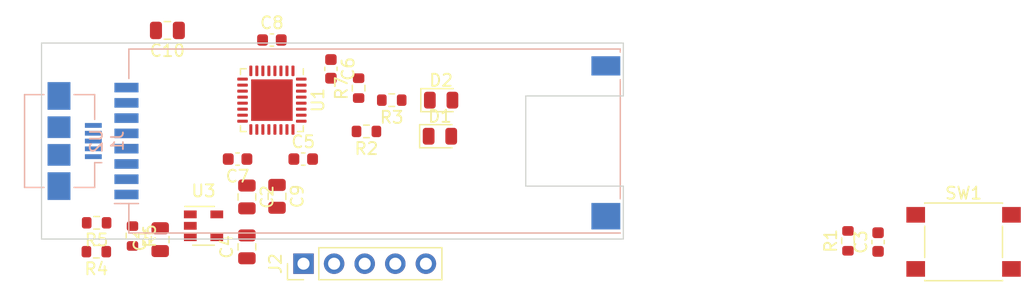
<source format=kicad_pcb>
(kicad_pcb (version 20210108) (generator pcbnew)
  (layers (0 "F.Cu" signal) (31 "B.Cu" signal) (34 "B.Paste" user) (35 "F.Paste" user) (36 "B.SilkS" user "B.Silkscreen") (37 "F.SilkS" user "F.Silkscreen") (38 "B.Mask" user) (39 "F.Mask" user) (44 "Edge.Cuts" user))
  (net 0 "")
  (net 1 "Net-(D1-Pad1)")
  (net 2 "Net-(D2-Pad1)")
  (net 3 "GND")
  (net 4 "Net-(J1-Pad3)")
  (net 5 "Net-(J1-Pad2)")
  (net 6 "/SWCLK")
  (net 7 "no_connect_(U1-Pad1)")
  (net 8 "no_connect_(U1-Pad2)")
  (net 9 "no_connect_(U1-Pad6)")
  (net 10 "no_connect_(U1-Pad7)")
  (net 11 "no_connect_(U1-Pad8)")
  (net 12 "no_connect_(U1-Pad9)")
  (net 13 "no_connect_(U1-Pad14)")
  (net 14 "/CE")
  (net 15 "/~IRQ")
  (net 16 "no_connect_(U1-Pad15)")
  (net 17 "/MOSI")
  (net 18 "/MISO")
  (net 19 "/SCK")
  (net 20 "/~CS")
  (net 21 "no_connect_(U1-Pad20)")
  (net 22 "Net-(R7-Pad1)")
  (net 23 "no_connect_(U1-Pad28)")
  (net 24 "no_connect_(U1-Pad29)")
  (net 25 "+3V3")
  (net 26 "+5V")
  (net 27 "/~RESET")
  (net 28 "/~TX")
  (net 29 "/~RX")
  (net 30 "/DP")
  (net 31 "/DM")
  (net 32 "/SWDIO")
  (net 33 "Net-(C4-Pad1)")
  (footprint "LED_SMD:LED_0805_2012Metric" (layer "F.Cu") (at 156.025 51.8)
    (fp_text reference "D1" (at 0 -1.65) (layer "F.SilkS"))
    (fp_text value "TX")
    (fp_line (start -1.685 0.96) (end 1 0.96) (layer "F.SilkS") (width 0.12))
    (fp_line (start 1 -0.96) (end -1.685 -0.96) (layer "F.SilkS") (width 0.12))
    (fp_line (start -1.685 -0.96) (end -1.685 0.96) (layer "F.SilkS") (width 0.12))
    (pad "1" smd roundrect (at -0.9375 0) (size 0.975 1.4) (layers "F.Cu" "F.Paste" "F.Mask") (net 1 "Net-(D1-Pad1)"))
    (pad "2" smd roundrect (at 0.9375 0) (size 0.975 1.4) (layers "F.Cu" "F.Paste" "F.Mask") (net 25 "+3V3"))
  )
  (footprint "LED_SMD:LED_0805_2012Metric" (layer "F.Cu") (at 156.125 48.8)
    (fp_text reference "D2" (at 0 -1.65) (layer "F.SilkS"))
    (fp_text value "RX")
    (fp_line (start -1.685 0.96) (end 1 0.96) (layer "F.SilkS") (width 0.12))
    (fp_line (start -1.685 -0.96) (end -1.685 0.96) (layer "F.SilkS") (width 0.12))
    (fp_line (start 1 -0.96) (end -1.685 -0.96) (layer "F.SilkS") (width 0.12))
    (pad "1" smd roundrect (at -0.9375 0) (size 0.975 1.4) (layers "F.Cu" "F.Paste" "F.Mask") (net 2 "Net-(D2-Pad1)"))
    (pad "2" smd roundrect (at 0.9375 0) (size 0.975 1.4) (layers "F.Cu" "F.Paste" "F.Mask") (net 25 "+3V3"))
  )
  (footprint "Capacitor_SMD:C_0805_2012Metric" (layer "F.Cu") (at 132.8 60.4 90)
    (fp_text reference "C1" (at 0 -1.68 90) (layer "F.SilkS"))
    (fp_text value "10uF")
    (fp_line (start -0.261252 0.735) (end 0.261252 0.735) (layer "F.SilkS") (width 0.12))
    (fp_line (start -0.261252 -0.735) (end 0.261252 -0.735) (layer "F.SilkS") (width 0.12))
    (pad "1" smd roundrect (at -0.95 0 90) (size 1 1.45) (layers "F.Cu" "F.Paste" "F.Mask") (net 26 "+5V"))
    (pad "2" smd roundrect (at 0.95 0 90) (size 1 1.45) (layers "F.Cu" "F.Paste" "F.Mask") (net 3 "GND"))
  )
  (footprint "Capacitor_SMD:C_0805_2012Metric" (layer "F.Cu") (at 140 56.85 -90)
    (fp_text reference "C2" (at 0 -1.68 90) (layer "F.SilkS"))
    (fp_text value "10uF")
    (fp_line (start -0.261252 -0.735) (end 0.261252 -0.735) (layer "F.SilkS") (width 0.12))
    (fp_line (start -0.261252 0.735) (end 0.261252 0.735) (layer "F.SilkS") (width 0.12))
    (pad "1" smd roundrect (at -0.95 0 270) (size 1 1.45) (layers "F.Cu" "F.Paste" "F.Mask") (net 25 "+3V3"))
    (pad "2" smd roundrect (at 0.95 0 270) (size 1 1.45) (layers "F.Cu" "F.Paste" "F.Mask") (net 3 "GND"))
  )
  (footprint "Capacitor_SMD:C_0603_1608Metric" (layer "F.Cu") (at 192.4 60.6 90)
    (fp_text reference "C3" (at 0 -1.43 270) (layer "F.SilkS"))
    (fp_text value "0.1uF")
    (fp_line (start -0.14058 -0.51) (end 0.14058 -0.51) (layer "F.SilkS") (width 0.12))
    (fp_line (start -0.14058 0.51) (end 0.14058 0.51) (layer "F.SilkS") (width 0.12))
    (pad "1" smd roundrect (at -0.775 0 90) (size 0.9 0.95) (layers "F.Cu" "F.Paste" "F.Mask") (net 3 "GND"))
    (pad "2" smd roundrect (at 0.775 0 90) (size 0.9 0.95) (layers "F.Cu" "F.Paste" "F.Mask") (net 27 "/~RESET"))
  )
  (footprint "Resistor_SMD:R_0603_1608Metric" (layer "F.Cu") (at 189.9 60.5 90)
    (fp_text reference "R1" (at 0 -1.43 90) (layer "F.SilkS"))
    (fp_text value "10K")
    (fp_line (start -0.237258 -0.5225) (end 0.237258 -0.5225) (layer "F.SilkS") (width 0.12))
    (fp_line (start -0.237258 0.5225) (end 0.237258 0.5225) (layer "F.SilkS") (width 0.12))
    (pad "1" smd roundrect (at -0.825 0 90) (size 0.8 0.95) (layers "F.Cu" "F.Paste" "F.Mask") (net 25 "+3V3"))
    (pad "2" smd roundrect (at 0.825 0 90) (size 0.8 0.95) (layers "F.Cu" "F.Paste" "F.Mask") (net 27 "/~RESET"))
  )
  (footprint "Resistor_SMD:R_0603_1608Metric" (layer "F.Cu") (at 149.925 51.4 180)
    (fp_text reference "R2" (at 0 -1.43) (layer "F.SilkS"))
    (fp_text value "1K")
    (fp_line (start -0.237258 -0.5225) (end 0.237258 -0.5225) (layer "F.SilkS") (width 0.12))
    (fp_line (start -0.237258 0.5225) (end 0.237258 0.5225) (layer "F.SilkS") (width 0.12))
    (pad "1" smd roundrect (at -0.825 0 180) (size 0.8 0.95) (layers "F.Cu" "F.Paste" "F.Mask") (net 1 "Net-(D1-Pad1)"))
    (pad "2" smd roundrect (at 0.825 0 180) (size 0.8 0.95) (layers "F.Cu" "F.Paste" "F.Mask") (net 28 "/~TX"))
  )
  (footprint "Resistor_SMD:R_0603_1608Metric" (layer "F.Cu") (at 152.025 48.8 180)
    (fp_text reference "R3" (at 0 -1.43) (layer "F.SilkS"))
    (fp_text value "1K")
    (fp_line (start -0.237258 -0.5225) (end 0.237258 -0.5225) (layer "F.SilkS") (width 0.12))
    (fp_line (start -0.237258 0.5225) (end 0.237258 0.5225) (layer "F.SilkS") (width 0.12))
    (pad "1" smd roundrect (at -0.825 0 180) (size 0.8 0.95) (layers "F.Cu" "F.Paste" "F.Mask") (net 2 "Net-(D2-Pad1)"))
    (pad "2" smd roundrect (at 0.825 0 180) (size 0.8 0.95) (layers "F.Cu" "F.Paste" "F.Mask") (net 29 "/~RX"))
  )
  (footprint "Resistor_SMD:R_0603_1608Metric" (layer "F.Cu") (at 127.5 61.4 180)
    (fp_text reference "R4" (at 0 -1.43) (layer "F.SilkS"))
    (fp_text value "20")
    (fp_line (start -0.237258 0.5225) (end 0.237258 0.5225) (layer "F.SilkS") (width 0.12))
    (fp_line (start -0.237258 -0.5225) (end 0.237258 -0.5225) (layer "F.SilkS") (width 0.12))
    (pad "1" smd roundrect (at -0.825 0 180) (size 0.8 0.95) (layers "F.Cu" "F.Paste" "F.Mask") (net 30 "/DP"))
    (pad "2" smd roundrect (at 0.825 0 180) (size 0.8 0.95) (layers "F.Cu" "F.Paste" "F.Mask") (net 4 "Net-(J1-Pad3)"))
  )
  (footprint "Resistor_SMD:R_0603_1608Metric" (layer "F.Cu") (at 127.525 59 180)
    (fp_text reference "R5" (at 0 -1.43) (layer "F.SilkS"))
    (fp_text value "20")
    (fp_line (start -0.237258 0.5225) (end 0.237258 0.5225) (layer "F.SilkS") (width 0.12))
    (fp_line (start -0.237258 -0.5225) (end 0.237258 -0.5225) (layer "F.SilkS") (width 0.12))
    (pad "1" smd roundrect (at -0.825 0 180) (size 0.8 0.95) (layers "F.Cu" "F.Paste" "F.Mask") (net 31 "/DM"))
    (pad "2" smd roundrect (at 0.825 0 180) (size 0.8 0.95) (layers "F.Cu" "F.Paste" "F.Mask") (net 5 "Net-(J1-Pad2)"))
  )
  (footprint "Resistor_SMD:R_0603_1608Metric" (layer "F.Cu") (at 130.5 60.1 -90)
    (fp_text reference "R6" (at 0 -1.43 90) (layer "F.SilkS"))
    (fp_text value "1.5K")
    (fp_line (start -0.237258 -0.5225) (end 0.237258 -0.5225) (layer "F.SilkS") (width 0.12))
    (fp_line (start -0.237258 0.5225) (end 0.237258 0.5225) (layer "F.SilkS") (width 0.12))
    (pad "1" smd roundrect (at -0.825 0 270) (size 0.8 0.95) (layers "F.Cu" "F.Paste" "F.Mask") (net 30 "/DP"))
    (pad "2" smd roundrect (at 0.825 0 270) (size 0.8 0.95) (layers "F.Cu" "F.Paste" "F.Mask") (net 3 "GND"))
  )
  (footprint "Package_TO_SOT_SMD:SOT-23-5" (layer "F.Cu") (at 136.4 59.25)
    (fp_text reference "U3" (at 0 -2.9) (layer "F.SilkS"))
    (fp_text value "LP2985-3.3")
    (fp_line (start -0.9 1.61) (end 0.9 1.61) (layer "F.SilkS") (width 0.12))
    (fp_line (start 0.9 -1.61) (end -1.55 -1.61) (layer "F.SilkS") (width 0.12))
    (pad "1" smd rect (at -1.1 -0.95) (size 1.06 0.65) (layers "F.Cu" "F.Paste" "F.Mask") (net 26 "+5V"))
    (pad "2" smd rect (at -1.1 0) (size 1.06 0.65) (layers "F.Cu" "F.Paste" "F.Mask") (net 3 "GND"))
    (pad "3" smd rect (at -1.1 0.95) (size 1.06 0.65) (layers "F.Cu" "F.Paste" "F.Mask") (net 26 "+5V"))
    (pad "4" smd rect (at 1.1 0.95) (size 1.06 0.65) (layers "F.Cu" "F.Paste" "F.Mask") (net 33 "Net-(C4-Pad1)"))
    (pad "5" smd rect (at 1.1 -0.95) (size 1.06 0.65) (layers "F.Cu" "F.Paste" "F.Mask") (net 25 "+3V3"))
  )
  (footprint "Capacitor_SMD:C_0805_2012Metric" (layer "F.Cu") (at 140 61 90)
    (fp_text reference "C4" (at 0 -1.68 90) (layer "F.SilkS"))
    (fp_text value "0.01uF")
    (fp_line (start -0.261252 0.735) (end 0.261252 0.735) (layer "F.SilkS") (width 0.12))
    (fp_line (start -0.261252 -0.735) (end 0.261252 -0.735) (layer "F.SilkS") (width 0.12))
    (pad "1" smd roundrect (at -0.95 0 90) (size 1 1.45) (layers "F.Cu" "F.Paste" "F.Mask") (net 33 "Net-(C4-Pad1)"))
    (pad "2" smd roundrect (at 0.95 0 90) (size 1 1.45) (layers "F.Cu" "F.Paste" "F.Mask") (net 3 "GND"))
  )
  (footprint "Capacitor_SMD:C_0603_1608Metric" (layer "F.Cu") (at 144.675 53.7)
    (fp_text reference "C5" (at 0 -1.43) (layer "F.SilkS"))
    (fp_text value "0.1F")
    (fp_line (start -0.14058 0.51) (end 0.14058 0.51) (layer "F.SilkS") (width 0.12))
    (fp_line (start -0.14058 -0.51) (end 0.14058 -0.51) (layer "F.SilkS") (width 0.12))
    (pad "1" smd roundrect (at -0.775 0) (size 0.9 0.95) (layers "F.Cu" "F.Paste" "F.Mask") (net 25 "+3V3"))
    (pad "2" smd roundrect (at 0.775 0) (size 0.9 0.95) (layers "F.Cu" "F.Paste" "F.Mask") (net 3 "GND"))
  )
  (footprint "Capacitor_SMD:C_0603_1608Metric" (layer "F.Cu") (at 146.975 46.2 -90)
    (fp_text reference "C6" (at 0 -1.43 90) (layer "F.SilkS"))
    (fp_text value "0.1F")
    (fp_line (start -0.14058 -0.51) (end 0.14058 -0.51) (layer "F.SilkS") (width 0.12))
    (fp_line (start -0.14058 0.51) (end 0.14058 0.51) (layer "F.SilkS") (width 0.12))
    (pad "1" smd roundrect (at -0.775 0 270) (size 0.9 0.95) (layers "F.Cu" "F.Paste" "F.Mask") (net 25 "+3V3"))
    (pad "2" smd roundrect (at 0.775 0 270) (size 0.9 0.95) (layers "F.Cu" "F.Paste" "F.Mask") (net 3 "GND"))
  )
  (footprint "Capacitor_SMD:C_0603_1608Metric" (layer "F.Cu") (at 139.225 53.7 180)
    (fp_text reference "C7" (at 0 -1.43) (layer "F.SilkS"))
    (fp_text value "0.1F")
    (fp_line (start -0.14058 0.51) (end 0.14058 0.51) (layer "F.SilkS") (width 0.12))
    (fp_line (start -0.14058 -0.51) (end 0.14058 -0.51) (layer "F.SilkS") (width 0.12))
    (pad "1" smd roundrect (at -0.775 0 180) (size 0.9 0.95) (layers "F.Cu" "F.Paste" "F.Mask") (net 25 "+3V3"))
    (pad "2" smd roundrect (at 0.775 0 180) (size 0.9 0.95) (layers "F.Cu" "F.Paste" "F.Mask") (net 3 "GND"))
  )
  (footprint "Capacitor_SMD:C_0603_1608Metric" (layer "F.Cu") (at 142.075 43.8)
    (fp_text reference "C8" (at 0 -1.43) (layer "F.SilkS"))
    (fp_text value "0.1F")
    (fp_line (start -0.14058 0.51) (end 0.14058 0.51) (layer "F.SilkS") (width 0.12))
    (fp_line (start -0.14058 -0.51) (end 0.14058 -0.51) (layer "F.SilkS") (width 0.12))
    (pad "1" smd roundrect (at -0.775 0) (size 0.9 0.95) (layers "F.Cu" "F.Paste" "F.Mask") (net 25 "+3V3"))
    (pad "2" smd roundrect (at 0.775 0) (size 0.9 0.95) (layers "F.Cu" "F.Paste" "F.Mask") (net 3 "GND"))
  )
  (footprint "Capacitor_SMD:C_0805_2012Metric" (layer "F.Cu") (at 142.5 56.8 -90)
    (fp_text reference "C9" (at 0 -1.68 90) (layer "F.SilkS"))
    (fp_text value "10uF")
    (fp_line (start -0.261252 -0.735) (end 0.261252 -0.735) (layer "F.SilkS") (width 0.12))
    (fp_line (start -0.261252 0.735) (end 0.261252 0.735) (layer "F.SilkS") (width 0.12))
    (pad "1" smd roundrect (at -0.95 0 270) (size 1 1.45) (layers "F.Cu" "F.Paste" "F.Mask") (net 25 "+3V3"))
    (pad "2" smd roundrect (at 0.95 0 270) (size 1 1.45) (layers "F.Cu" "F.Paste" "F.Mask") (net 3 "GND"))
  )
  (footprint "Connector_PinHeader_2.54mm:PinHeader_1x05_P2.54mm_Vertical" (layer "F.Cu") (at 144.7 62.4 90)
    (fp_text reference "J2" (at 0 -2.33 90) (layer "F.SilkS"))
    (fp_text value "SWD")
    (fp_line (start -1.33 -1.33) (end 0 -1.33) (layer "F.SilkS") (width 0.12))
    (fp_line (start -1.33 11.49) (end 1.33 11.49) (layer "F.SilkS") (width 0.12))
    (fp_line (start -1.33 1.27) (end -1.33 11.49) (layer "F.SilkS") (width 0.12))
    (fp_line (start -1.33 0) (end -1.33 -1.33) (layer "F.SilkS") (width 0.12))
    (fp_line (start 1.33 1.27) (end 1.33 11.49) (layer "F.SilkS") (width 0.12))
    (fp_line (start -1.33 1.27) (end 1.33 1.27) (layer "F.SilkS") (width 0.12))
    (pad "1" thru_hole rect (at 0 0 90) (size 1.7 1.7) (drill 1) (layers *.Cu *.Mask) (net 25 "+3V3"))
    (pad "2" thru_hole oval (at 0 2.54 90) (size 1.7 1.7) (drill 1) (layers *.Cu *.Mask) (net 27 "/~RESET"))
    (pad "3" thru_hole oval (at 0 5.08 90) (size 1.7 1.7) (drill 1) (layers *.Cu *.Mask) (net 32 "/SWDIO"))
    (pad "4" thru_hole oval (at 0 7.62 90) (size 1.7 1.7) (drill 1) (layers *.Cu *.Mask) (net 6 "/SWCLK"))
    (pad "5" thru_hole oval (at 0 10.16 90) (size 1.7 1.7) (drill 1) (layers *.Cu *.Mask) (net 3 "GND"))
  )
  (footprint "Capacitor_SMD:C_0805_2012Metric" (layer "F.Cu") (at 133.4 43 180)
    (fp_text reference "C10" (at 0 -1.68) (layer "F.SilkS"))
    (fp_text value "10uF")
    (fp_line (start -0.261252 0.735) (end 0.261252 0.735) (layer "F.SilkS") (width 0.12))
    (fp_line (start -0.261252 -0.735) (end 0.261252 -0.735) (layer "F.SilkS") (width 0.12))
    (pad "1" smd roundrect (at -0.95 0 180) (size 1 1.45) (layers "F.Cu" "F.Paste" "F.Mask") (net 25 "+3V3"))
    (pad "2" smd roundrect (at 0.95 0 180) (size 1 1.45) (layers "F.Cu" "F.Paste" "F.Mask") (net 3 "GND"))
  )
  (footprint "Resistor_SMD:R_0603_1608Metric" (layer "F.Cu") (at 149.275 47.8 90)
    (fp_text reference "R7" (at 0 -1.43 90) (layer "F.SilkS"))
    (fp_text value "1K")
    (fp_line (start -0.237258 -0.5225) (end 0.237258 -0.5225) (layer "F.SilkS") (width 0.12))
    (fp_line (start -0.237258 0.5225) (end 0.237258 0.5225) (layer "F.SilkS") (width 0.12))
    (pad "1" smd roundrect (at -0.825 0 90) (size 0.8 0.95) (layers "F.Cu" "F.Paste" "F.Mask") (net 22 "Net-(R7-Pad1)"))
    (pad "2" smd roundrect (at 0.825 0 90) (size 0.8 0.95) (layers "F.Cu" "F.Paste" "F.Mask") (net 3 "GND"))
  )
  (footprint "Package_DFN_QFN:QFN-32-1EP_5x5mm_P0.5mm_EP3.45x3.45mm" (layer "F.Cu") (at 142.075 48.8 -90)
    (fp_text reference "U1" (at 0 -3.82 90) (layer "F.SilkS"))
    (fp_text value "STM32L082KBUx")
    (fp_line (start 2.135 2.61) (end 2.61 2.61) (layer "F.SilkS") (width 0.12))
    (fp_line (start -2.135 -2.61) (end -2.61 -2.61) (layer "F.SilkS") (width 0.12))
    (fp_line (start -2.135 2.61) (end -2.61 2.61) (layer "F.SilkS") (width 0.12))
    (fp_line (start 2.135 -2.61) (end 2.61 -2.61) (layer "F.SilkS") (width 0.12))
    (fp_line (start 2.61 2.61) (end 2.61 2.135) (layer "F.SilkS") (width 0.12))
    (fp_line (start -2.61 2.61) (end -2.61 2.135) (layer "F.SilkS") (width 0.12))
    (fp_line (start 2.61 -2.61) (end 2.61 -2.135) (layer "F.SilkS") (width 0.12))
    (pad "1" smd roundrect (at -2.4375 -1.75 270) (size 0.875 0.25) (layers "F.Cu" "F.Paste" "F.Mask") (net 7 "no_connect_(U1-Pad1)"))
    (pad "2" smd roundrect (at -2.4375 -1.25 270) (size 0.875 0.25) (layers "F.Cu" "F.Paste" "F.Mask") (net 8 "no_connect_(U1-Pad2)"))
    (pad "3" smd roundrect (at -2.4375 -0.75 270) (size 0.875 0.25) (layers "F.Cu" "F.Paste" "F.Mask") (net 27 "/~RESET"))
    (pad "4" smd roundrect (at -2.4375 -0.25 270) (size 0.875 0.25) (layers "F.Cu" "F.Paste" "F.Mask") (net 3 "GND"))
    (pad "5" smd roundrect (at -2.4375 0.25 270) (size 0.875 0.25) (layers "F.Cu" "F.Paste" "F.Mask") (net 25 "+3V3"))
    (pad "6" smd roundrect (at -2.4375 0.75 270) (size 0.875 0.25) (layers "F.Cu" "F.Paste" "F.Mask") (net 9 "no_connect_(U1-Pad6)"))
    (pad "7" smd roundrect (at -2.4375 1.25 270) (size 0.875 0.25) (layers "F.Cu" "F.Paste" "F.Mask") (net 10 "no_connect_(U1-Pad7)"))
    (pad "8" smd roundrect (at -2.4375 1.75 270) (size 0.875 0.25) (layers "F.Cu" "F.Paste" "F.Mask") (net 11 "no_connect_(U1-Pad8)"))
    (pad "9" smd roundrect (at -1.75 2.4375 270) (size 0.25 0.875) (layers "F.Cu" "F.Paste" "F.Mask") (net 12 "no_connect_(U1-Pad9)"))
    (pad "10" smd roundrect (at -1.25 2.4375 270) (size 0.25 0.875) (layers "F.Cu" "F.Paste" "F.Mask") (net 20 "/~CS"))
    (pad "11" smd roundrect (at -0.75 2.4375 270) (size 0.25 0.875) (layers "F.Cu" "F.Paste" "F.Mask") (net 19 "/SCK"))
    (pad "12" smd roundrect (at -0.25 2.4375 270) (size 0.25 0.875) (layers "F.Cu" "F.Paste" "F.Mask") (net 18 "/MISO"))
    (pad "13" smd roundrect (at 0.25 2.4375 270) (size 0.25 0.875) (layers "F.Cu" "F.Paste" "F.Mask") (net 17 "/MOSI"))
    (pad "14" smd roundrect (at 0.75 2.4375 270) (size 0.25 0.875) (layers "F.Cu" "F.Paste" "F.Mask") (net 13 "no_connect_(U1-Pad14)"))
    (pad "15" smd roundrect (at 1.25 2.4375 270) (size 0.25 0.875) (layers "F.Cu" "F.Paste" "F.Mask") (net 16 "no_connect_(U1-Pad15)"))
    (pad "16" smd roundrect (at 1.75 2.4375 270) (size 0.25 0.875) (layers "F.Cu" "F.Paste" "F.Mask") (net 3 "GND"))
    (pad "17" smd roundrect (at 2.4375 1.75 270) (size 0.875 0.25) (layers "F.Cu" "F.Paste" "F.Mask") (net 25 "+3V3"))
    (pad "18" smd roundrect (at 2.4375 1.25 270) (size 0.875 0.25) (layers "F.Cu" "F.Paste" "F.Mask") (net 15 "/~IRQ"))
    (pad "19" smd roundrect (at 2.4375 0.75 270) (size 0.875 0.25) (layers "F.Cu" "F.Paste" "F.Mask") (net 14 "/CE"))
    (pad "20" smd roundrect (at 2.4375 0.25 270) (size 0.875 0.25) (layers "F.Cu" "F.Paste" "F.Mask") (net 21 "no_connect_(U1-Pad20)"))
    (pad "21" smd roundrect (at 2.4375 -0.25 270) (size 0.875 0.25) (layers "F.Cu" "F.Paste" "F.Mask") (net 31 "/DM"))
    (pad "22" smd roundrect (at 2.4375 -0.75 270) (size 0.875 0.25) (layers "F.Cu" "F.Paste" "F.Mask") (net 30 "/DP"))
    (pad "23" smd roundrect (at 2.4375 -1.25 270) (size 0.875 0.25) (layers "F.Cu" "F.Paste" "F.Mask") (net 32 "/SWDIO"))
    (pad "24" smd roundrect (at 2.4375 -1.75 270) (size 0.875 0.25) (layers "F.Cu" "F.Paste" "F.Mask") (net 25 "+3V3"))
    (pad "25" smd roundrect (at 1.75 -2.4375 270) (size 0.25 0.875) (layers "F.Cu" "F.Paste" "F.Mask") (net 6 "/SWCLK"))
    (pad "26" smd roundrect (at 1.25 -2.4375 270) (size 0.25 0.875) (layers "F.Cu" "F.Paste" "F.Mask") (net 28 "/~TX"))
    (pad "27" smd roundrect (at 0.75 -2.4375 270) (size 0.25 0.875) (layers "F.Cu" "F.Paste" "F.Mask") (net 29 "/~RX"))
    (pad "28" smd roundrect (at 0.25 -2.4375 270) (size 0.25 0.875) (layers "F.Cu" "F.Paste" "F.Mask") (net 23 "no_connect_(U1-Pad28)"))
    (pad "29" smd roundrect (at -0.25 -2.4375 270) (size 0.25 0.875) (layers "F.Cu" "F.Paste" "F.Mask") (net 24 "no_connect_(U1-Pad29)"))
    (pad "30" smd roundrect (at -0.75 -2.4375 270) (size 0.25 0.875) (layers "F.Cu" "F.Paste" "F.Mask") (net 22 "Net-(R7-Pad1)"))
    (pad "31" smd roundrect (at -1.25 -2.4375 270) (size 0.25 0.875) (layers "F.Cu" "F.Paste" "F.Mask") (net 3 "GND"))
    (pad "32" smd roundrect (at -1.75 -2.4375 270) (size 0.25 0.875) (layers "F.Cu" "F.Paste" "F.Mask") (net 25 "+3V3"))
    (pad "33" smd rect (at 0 0 270) (size 3.45 3.45) (layers "F.Cu" "F.Mask") (net 3 "GND"))
  )
  (footprint "Button_Switch_SMD:SW_Push_1P1T_NO_6x6mm_H9.5mm" (layer "F.Cu") (at 199.5 60.585)
    (fp_text reference "SW1" (at 0 -4.05) (layer "F.SilkS"))
    (fp_text value "SW_Push")
    (fp_line (start 3.23 -3.23) (end 3.23 -3.2) (layer "F.SilkS") (width 0.12))
    (fp_line (start -3.23 -3.2) (end -3.23 -3.23) (layer "F.SilkS") (width 0.12))
    (fp_line (start -3.23 -1.3) (end -3.23 1.3) (layer "F.SilkS") (width 0.12))
    (fp_line (start 3.23 -1.3) (end 3.23 1.3) (layer "F.SilkS") (width 0.12))
    (fp_line (start -3.23 -3.23) (end 3.23 -3.23) (layer "F.SilkS") (width 0.12))
    (fp_line (start 3.23 3.23) (end 3.23 3.2) (layer "F.SilkS") (width 0.12))
    (fp_line (start -3.23 3.23) (end 3.23 3.23) (layer "F.SilkS") (width 0.12))
    (fp_line (start -3.23 3.23) (end -3.23 3.2) (layer "F.SilkS") (width 0.12))
    (pad "1" smd rect (at 3.975 -2.25) (size 1.55 1.3) (layers "F.Cu" "F.Paste" "F.Mask") (net 27 "/~RESET"))
    (pad "1" smd rect (at -3.975 -2.25) (size 1.55 1.3) (layers "F.Cu" "F.Paste" "F.Mask") (net 27 "/~RESET"))
    (pad "2" smd rect (at 3.975 2.25) (size 1.55 1.3) (layers "F.Cu" "F.Paste" "F.Mask") (net 3 "GND"))
    (pad "2" smd rect (at -3.975 2.25) (size 1.55 1.3) (layers "F.Cu" "F.Paste" "F.Mask") (net 3 "GND"))
  )
  (footprint "Connector_USB:USB_Micro-B_Amphenol_10104110_Horizontal" (layer "B.Cu") (at 125.7 52.2 90)
    (fp_text reference "J1" (at 0 3.55 270) (layer "B.SilkS") (effects (justify mirror)))
    (fp_text value "USB_B_Micro")
    (fp_line (start -3.86 -4.16) (end -3.86 -2.55) (layer "B.SilkS") (width 0.12))
    (fp_line (start -3.86 -4.16) (end 3.86 -4.16) (layer "B.SilkS") (width 0.12))
    (fp_line (start -3.86 -0.05) (end -3.86 1.66) (layer "B.SilkS") (width 0.12))
    (fp_line (start -3.86 1.66) (end -1.8 1.66) (layer "B.SilkS") (width 0.12))
    (fp_line (start 3.86 -0.05) (end 3.86 1.66) (layer "B.SilkS") (width 0.12))
    (fp_line (start -1.8 1.66) (end -1.8 2.25) (layer "B.SilkS") (width 0.12))
    (fp_line (start 3.86 1.66) (end 1.8 1.66) (layer "B.SilkS") (width 0.12))
    (fp_line (start 3.86 -4.16) (end 3.86 -2.55) (layer "B.SilkS") (width 0.12))
    (pad "1" smd rect (at -1.3 1.55 90) (size 0.4 1.4) (layers "B.Cu" "B.Paste" "B.Mask") (net 26 "+5V"))
    (pad "2" smd rect (at -0.65 1.55 90) (size 0.4 1.4) (layers "B.Cu" "B.Paste" "B.Mask") (net 5 "Net-(J1-Pad2)"))
    (pad "3" smd rect (at 0 1.55 90) (size 0.4 1.4) (layers "B.Cu" "B.Paste" "B.Mask") (net 4 "Net-(J1-Pad3)"))
    (pad "4" smd rect (at 0.65 1.55 90) (size 0.4 1.4) (layers "B.Cu" "B.Paste" "B.Mask") (net 3 "GND"))
    (pad "5" smd rect (at 1.3 1.55 90) (size 0.4 1.4) (layers "B.Cu" "B.Paste" "B.Mask") (net 3 "GND"))
    (pad "6" smd rect (at 3.75 -1.3 90) (size 2.3 1.9) (layers "B.Cu" "B.Paste" "B.Mask") (net 3 "GND"))
    (pad "6" smd rect (at -3.75 -1.3 90) (size 2.3 1.9) (layers "B.Cu" "B.Paste" "B.Mask") (net 3 "GND"))
    (pad "6" smd rect (at -1.15 -1.3 90) (size 1.8 1.9) (layers "B.Cu" "B.Paste" "B.Mask") (net 3 "GND"))
    (pad "6" smd rect (at 1.15 -1.3 90) (size 1.8 1.9) (layers "B.Cu" "B.Paste" "B.Mask") (net 3 "GND"))
  )
  (footprint "NRF24L01_PA_Breakout:NRF24L01_PA_Breakout_SMD" (layer "B.Cu") (at 130 52.2 90)
    (fp_text reference "U2" (at 0 -2.5 90 unlocked) (layer "B.SilkS") (effects (justify mirror)))
    (fp_text value "NRF24L01_Breakout")
    (fp_line (start 7.65 0.2) (end 5.2 0.2) (layer "B.SilkS") (width 0.12))
    (fp_line (start -7.65 0.2) (end -5.2 0.2) (layer "B.SilkS") (width 0.12))
    (fp_line (start -5.2 -0.5) (end -5.2 1) (layer "B.SilkS") (width 0.12))
    (fp_line (start 7.4 41) (end 7.65 41) (layer "B.SilkS") (width 0.12))
    (fp_line (start 7.65 0.2) (end 7.65 41) (layer "B.SilkS") (width 0.12))
    (fp_line (start -7.65 0.2) (end -7.65 41) (layer "B.SilkS") (width 0.12))
    (fp_line (start 5.1 41) (end -4.8 41) (layer "B.SilkS") (width 0.12))
    (fp_line (start -5.2 -0.5) (end -5.2 -1) (layer "B.SilkS") (width 0.12))
    (pad "" smd rect (at 6.25 39.8 90) (size 1.6 2.4) (layers "B.Cu" "B.Paste" "B.Mask"))
    (pad "" smd rect (at -6.25 39.8 90) (size 2.2 2.4) (layers "B.Cu" "B.Paste" "B.Mask"))
    (pad "1" smd rect (at -4.445 0 90) (size 0.8 2) (layers "B.Cu" "B.Paste" "B.Mask") (net 3 "GND"))
    (pad "2" smd rect (at -3.175 0 90) (size 0.8 2) (layers "B.Cu" "B.Paste" "B.Mask") (net 25 "+3V3"))
    (pad "3" smd rect (at -1.905 0 90) (size 0.8 2) (layers "B.Cu" "B.Paste" "B.Mask") (net 14 "/CE"))
    (pad "4" smd rect (at -0.635 0 90) (size 0.8 2) (layers "B.Cu" "B.Paste" "B.Mask") (net 20 "/~CS"))
    (pad "5" smd rect (at 0.635 0 90) (size 0.8 2) (layers "B.Cu" "B.Paste" "B.Mask") (net 19 "/SCK"))
    (pad "6" smd rect (at 1.905 0 90) (size 0.8 2) (layers "B.Cu" "B.Paste" "B.Mask") (net 17 "/MOSI"))
    (pad "7" smd rect (at 3.175 0 90) (size 0.8 2) (layers "B.Cu" "B.Paste" "B.Mask") (net 18 "/MISO"))
    (pad "8" smd rect (at 4.445 0 90) (size 0.8 2) (layers "B.Cu" "B.Paste" "B.Mask") (net 15 "/~IRQ"))
  )
  (gr_line (start 163.15 48.45) (end 163.15 55.95) (layer "Edge.Cuts") (width 0.1))
  (gr_line (start 171.25 55.95) (end 171.25 60.35) (layer "Edge.Cuts") (width 0.1))
  (gr_line (start 171.25 48.45) (end 163.15 48.45) (layer "Edge.Cuts") (width 0.1))
  (gr_line (start 171.25 44.05) (end 171.25 48.45) (layer "Edge.Cuts") (width 0.1))
  (gr_line (start 171.25 60.35) (end 122.95 60.35) (layer "Edge.Cuts") (width 0.1))
  (gr_line (start 163.15 55.95) (end 171.25 55.95) (layer "Edge.Cuts") (width 0.1))
  (gr_line (start 122.95 44.05) (end 122.95 60.35) (layer "Edge.Cuts") (width 0.1))
  (gr_line (start 122.95 44.05) (end 171.25 44.05) (layer "Edge.Cuts") (width 0.1))
)
</source>
